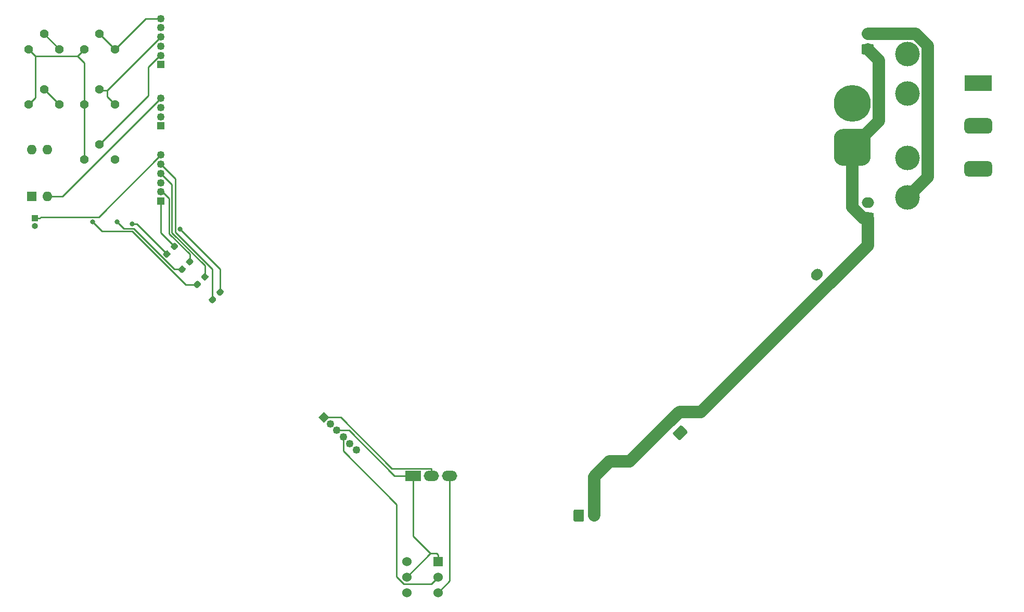
<source format=gbl>
G04 #@! TF.GenerationSoftware,KiCad,Pcbnew,(5.1.6)-1*
G04 #@! TF.CreationDate,2021-11-09T00:45:41+09:00*
G04 #@! TF.ProjectId,control20211108,636f6e74-726f-46c3-9230-323131313038,V1.1*
G04 #@! TF.SameCoordinates,Original*
G04 #@! TF.FileFunction,Copper,L2,Bot*
G04 #@! TF.FilePolarity,Positive*
%FSLAX46Y46*%
G04 Gerber Fmt 4.6, Leading zero omitted, Abs format (unit mm)*
G04 Created by KiCad (PCBNEW (5.1.6)-1) date 2021-11-09 00:45:41*
%MOMM*%
%LPD*%
G01*
G04 APERTURE LIST*
G04 #@! TA.AperFunction,ComponentPad*
%ADD10O,1.700000X2.000000*%
G04 #@! TD*
G04 #@! TA.AperFunction,ComponentPad*
%ADD11C,1.251000*%
G04 #@! TD*
G04 #@! TA.AperFunction,ComponentPad*
%ADD12C,0.100000*%
G04 #@! TD*
G04 #@! TA.AperFunction,ComponentPad*
%ADD13R,1.251000X1.251000*%
G04 #@! TD*
G04 #@! TA.AperFunction,ComponentPad*
%ADD14O,2.000000X1.700000*%
G04 #@! TD*
G04 #@! TA.AperFunction,ComponentPad*
%ADD15O,1.000000X1.000000*%
G04 #@! TD*
G04 #@! TA.AperFunction,ComponentPad*
%ADD16R,1.000000X1.000000*%
G04 #@! TD*
G04 #@! TA.AperFunction,ComponentPad*
%ADD17C,1.524000*%
G04 #@! TD*
G04 #@! TA.AperFunction,ComponentPad*
%ADD18R,1.524000X1.524000*%
G04 #@! TD*
G04 #@! TA.AperFunction,ComponentPad*
%ADD19O,2.500000X1.700000*%
G04 #@! TD*
G04 #@! TA.AperFunction,ComponentPad*
%ADD20R,2.500000X1.700000*%
G04 #@! TD*
G04 #@! TA.AperFunction,ComponentPad*
%ADD21R,4.524000X2.524000*%
G04 #@! TD*
G04 #@! TA.AperFunction,ComponentPad*
%ADD22C,1.431000*%
G04 #@! TD*
G04 #@! TA.AperFunction,ComponentPad*
%ADD23C,6.000000*%
G04 #@! TD*
G04 #@! TA.AperFunction,ComponentPad*
%ADD24C,4.000000*%
G04 #@! TD*
G04 #@! TA.AperFunction,ComponentPad*
%ADD25O,1.600000X1.600000*%
G04 #@! TD*
G04 #@! TA.AperFunction,ComponentPad*
%ADD26R,1.600000X1.600000*%
G04 #@! TD*
G04 #@! TA.AperFunction,ViaPad*
%ADD27C,0.800000*%
G04 #@! TD*
G04 #@! TA.AperFunction,Conductor*
%ADD28C,0.250000*%
G04 #@! TD*
G04 #@! TA.AperFunction,Conductor*
%ADD29C,2.000000*%
G04 #@! TD*
G04 APERTURE END LIST*
G04 #@! TA.AperFunction,ComponentPad*
G36*
G01*
X175439340Y-124727208D02*
X175227208Y-124939340D01*
G75*
G02*
X174025126Y-124939340I-601041J601041D01*
G01*
X174025126Y-124939340D01*
G75*
G02*
X174025126Y-123737258I601041J601041D01*
G01*
X174237258Y-123525126D01*
G75*
G02*
X175439340Y-123525126I601041J-601041D01*
G01*
X175439340Y-123525126D01*
G75*
G02*
X175439340Y-124727208I-601041J-601041D01*
G01*
G37*
G04 #@! TD.AperFunction*
G04 #@! TA.AperFunction,ComponentPad*
G36*
G01*
X177631371Y-126070711D02*
X176570711Y-127131371D01*
G75*
G02*
X176217157Y-127131371I-176777J176777D01*
G01*
X175368629Y-126282843D01*
G75*
G02*
X175368629Y-125929289I176777J176777D01*
G01*
X176429289Y-124868629D01*
G75*
G02*
X176782843Y-124868629I176777J-176777D01*
G01*
X177631371Y-125717157D01*
G75*
G02*
X177631371Y-126070711I-176777J-176777D01*
G01*
G37*
G04 #@! TD.AperFunction*
G04 #@! TA.AperFunction,ComponentPad*
G36*
G01*
X151439340Y-148727208D02*
X151227208Y-148939340D01*
G75*
G02*
X150025126Y-148939340I-601041J601041D01*
G01*
X150025126Y-148939340D01*
G75*
G02*
X150025126Y-147737258I601041J601041D01*
G01*
X150237258Y-147525126D01*
G75*
G02*
X151439340Y-147525126I601041J-601041D01*
G01*
X151439340Y-147525126D01*
G75*
G02*
X151439340Y-148727208I-601041J-601041D01*
G01*
G37*
G04 #@! TD.AperFunction*
G04 #@! TA.AperFunction,ComponentPad*
G36*
G01*
X153631371Y-150070711D02*
X152570711Y-151131371D01*
G75*
G02*
X152217157Y-151131371I-176777J176777D01*
G01*
X151368629Y-150282843D01*
G75*
G02*
X151368629Y-149929289I176777J176777D01*
G01*
X152429289Y-148868629D01*
G75*
G02*
X152782843Y-148868629I176777J-176777D01*
G01*
X153631371Y-149717157D01*
G75*
G02*
X153631371Y-150070711I-176777J-176777D01*
G01*
G37*
G04 #@! TD.AperFunction*
D10*
X138500000Y-163500000D03*
G04 #@! TA.AperFunction,ComponentPad*
G36*
G01*
X135150000Y-164250000D02*
X135150000Y-162750000D01*
G75*
G02*
X135400000Y-162500000I250000J0D01*
G01*
X136600000Y-162500000D01*
G75*
G02*
X136850000Y-162750000I0J-250000D01*
G01*
X136850000Y-164250000D01*
G75*
G02*
X136600000Y-164500000I-250000J0D01*
G01*
X135400000Y-164500000D01*
G75*
G02*
X135150000Y-164250000I0J250000D01*
G01*
G37*
G04 #@! TD.AperFunction*
D11*
X99803301Y-152803301D03*
X98742641Y-151742641D03*
X97681981Y-150681981D03*
X96621320Y-149621320D03*
X95560660Y-148560660D03*
G04 #@! TA.AperFunction,ComponentPad*
D12*
G36*
X93615409Y-147500000D02*
G01*
X94500000Y-146615409D01*
X95384591Y-147500000D01*
X94500000Y-148384591D01*
X93615409Y-147500000D01*
G37*
G04 #@! TD.AperFunction*
D11*
X68000000Y-95500000D03*
X68000000Y-97000000D03*
X68000000Y-98500000D03*
D13*
X68000000Y-100000000D03*
D11*
X68000000Y-82500000D03*
X68000000Y-84000000D03*
X68000000Y-85500000D03*
X68000000Y-87000000D03*
X68000000Y-88500000D03*
D13*
X68000000Y-90000000D03*
D11*
X68000000Y-104750000D03*
X68000000Y-106250000D03*
X68000000Y-107750000D03*
X68000000Y-109250000D03*
X68000000Y-110750000D03*
D13*
X68000000Y-112250000D03*
D14*
X183000000Y-85000000D03*
G04 #@! TA.AperFunction,ComponentPad*
G36*
G01*
X183750000Y-88350000D02*
X182250000Y-88350000D01*
G75*
G02*
X182000000Y-88100000I0J250000D01*
G01*
X182000000Y-86900000D01*
G75*
G02*
X182250000Y-86650000I250000J0D01*
G01*
X183750000Y-86650000D01*
G75*
G02*
X184000000Y-86900000I0J-250000D01*
G01*
X184000000Y-88100000D01*
G75*
G02*
X183750000Y-88350000I-250000J0D01*
G01*
G37*
G04 #@! TD.AperFunction*
X183000000Y-112500000D03*
G04 #@! TA.AperFunction,ComponentPad*
G36*
G01*
X183750000Y-115850000D02*
X182250000Y-115850000D01*
G75*
G02*
X182000000Y-115600000I0J250000D01*
G01*
X182000000Y-114400000D01*
G75*
G02*
X182250000Y-114150000I250000J0D01*
G01*
X183750000Y-114150000D01*
G75*
G02*
X184000000Y-114400000I0J-250000D01*
G01*
X184000000Y-115600000D01*
G75*
G02*
X183750000Y-115850000I-250000J0D01*
G01*
G37*
G04 #@! TD.AperFunction*
G04 #@! TA.AperFunction,SMDPad,CuDef*
G36*
G01*
X69169975Y-120347549D02*
X69505851Y-120683425D01*
G75*
G02*
X69505851Y-121019301I-167938J-167938D01*
G01*
X69099265Y-121425887D01*
G75*
G02*
X68763389Y-121425887I-167938J167938D01*
G01*
X68427513Y-121090011D01*
G75*
G02*
X68427513Y-120754135I167938J167938D01*
G01*
X68834099Y-120347549D01*
G75*
G02*
X69169975Y-120347549I167938J-167938D01*
G01*
G37*
G04 #@! TD.AperFunction*
G04 #@! TA.AperFunction,SMDPad,CuDef*
G36*
G01*
X70407411Y-119110113D02*
X70743287Y-119445989D01*
G75*
G02*
X70743287Y-119781865I-167938J-167938D01*
G01*
X70336701Y-120188451D01*
G75*
G02*
X70000825Y-120188451I-167938J167938D01*
G01*
X69664949Y-119852575D01*
G75*
G02*
X69664949Y-119516699I167938J167938D01*
G01*
X70071535Y-119110113D01*
G75*
G02*
X70407411Y-119110113I167938J-167938D01*
G01*
G37*
G04 #@! TD.AperFunction*
G04 #@! TA.AperFunction,SMDPad,CuDef*
G36*
G01*
X71644875Y-122822549D02*
X71980751Y-123158425D01*
G75*
G02*
X71980751Y-123494301I-167938J-167938D01*
G01*
X71574165Y-123900887D01*
G75*
G02*
X71238289Y-123900887I-167938J167938D01*
G01*
X70902413Y-123565011D01*
G75*
G02*
X70902413Y-123229135I167938J167938D01*
G01*
X71308999Y-122822549D01*
G75*
G02*
X71644875Y-122822549I167938J-167938D01*
G01*
G37*
G04 #@! TD.AperFunction*
G04 #@! TA.AperFunction,SMDPad,CuDef*
G36*
G01*
X72882311Y-121585113D02*
X73218187Y-121920989D01*
G75*
G02*
X73218187Y-122256865I-167938J-167938D01*
G01*
X72811601Y-122663451D01*
G75*
G02*
X72475725Y-122663451I-167938J167938D01*
G01*
X72139849Y-122327575D01*
G75*
G02*
X72139849Y-121991699I167938J167938D01*
G01*
X72546435Y-121585113D01*
G75*
G02*
X72882311Y-121585113I167938J-167938D01*
G01*
G37*
G04 #@! TD.AperFunction*
G04 #@! TA.AperFunction,SMDPad,CuDef*
G36*
G01*
X74119775Y-125297549D02*
X74455651Y-125633425D01*
G75*
G02*
X74455651Y-125969301I-167938J-167938D01*
G01*
X74049065Y-126375887D01*
G75*
G02*
X73713189Y-126375887I-167938J167938D01*
G01*
X73377313Y-126040011D01*
G75*
G02*
X73377313Y-125704135I167938J167938D01*
G01*
X73783899Y-125297549D01*
G75*
G02*
X74119775Y-125297549I167938J-167938D01*
G01*
G37*
G04 #@! TD.AperFunction*
G04 #@! TA.AperFunction,SMDPad,CuDef*
G36*
G01*
X75357211Y-124060113D02*
X75693087Y-124395989D01*
G75*
G02*
X75693087Y-124731865I-167938J-167938D01*
G01*
X75286501Y-125138451D01*
G75*
G02*
X74950625Y-125138451I-167938J167938D01*
G01*
X74614749Y-124802575D01*
G75*
G02*
X74614749Y-124466699I167938J167938D01*
G01*
X75021335Y-124060113D01*
G75*
G02*
X75357211Y-124060113I167938J-167938D01*
G01*
G37*
G04 #@! TD.AperFunction*
G04 #@! TA.AperFunction,SMDPad,CuDef*
G36*
G01*
X77425425Y-127613451D02*
X77089549Y-127277575D01*
G75*
G02*
X77089549Y-126941699I167938J167938D01*
G01*
X77496135Y-126535113D01*
G75*
G02*
X77832011Y-126535113I167938J-167938D01*
G01*
X78167887Y-126870989D01*
G75*
G02*
X78167887Y-127206865I-167938J-167938D01*
G01*
X77761301Y-127613451D01*
G75*
G02*
X77425425Y-127613451I-167938J167938D01*
G01*
G37*
G04 #@! TD.AperFunction*
G04 #@! TA.AperFunction,SMDPad,CuDef*
G36*
G01*
X76187989Y-128850887D02*
X75852113Y-128515011D01*
G75*
G02*
X75852113Y-128179135I167938J167938D01*
G01*
X76258699Y-127772549D01*
G75*
G02*
X76594575Y-127772549I167938J-167938D01*
G01*
X76930451Y-128108425D01*
G75*
G02*
X76930451Y-128444301I-167938J-167938D01*
G01*
X76523865Y-128850887D01*
G75*
G02*
X76187989Y-128850887I-167938J167938D01*
G01*
G37*
G04 #@! TD.AperFunction*
D15*
X47500000Y-116270000D03*
D16*
X47500000Y-115000000D03*
D17*
X108000000Y-171000000D03*
X113080000Y-173540000D03*
X113080000Y-176080000D03*
X108000000Y-176080000D03*
X108000000Y-173540000D03*
D18*
X113080000Y-171000000D03*
D19*
X115000000Y-157000000D03*
X112000000Y-157000000D03*
D20*
X109000000Y-157000000D03*
G04 #@! TA.AperFunction,ComponentPad*
G36*
G01*
X198738000Y-100631000D02*
X198738000Y-99369000D01*
G75*
G02*
X199369000Y-98738000I631000J0D01*
G01*
X202631000Y-98738000D01*
G75*
G02*
X203262000Y-99369000I0J-631000D01*
G01*
X203262000Y-100631000D01*
G75*
G02*
X202631000Y-101262000I-631000J0D01*
G01*
X199369000Y-101262000D01*
G75*
G02*
X198738000Y-100631000I0J631000D01*
G01*
G37*
G04 #@! TD.AperFunction*
G04 #@! TA.AperFunction,ComponentPad*
G36*
G01*
X198738000Y-107631000D02*
X198738000Y-106369000D01*
G75*
G02*
X199369000Y-105738000I631000J0D01*
G01*
X202631000Y-105738000D01*
G75*
G02*
X203262000Y-106369000I0J-631000D01*
G01*
X203262000Y-107631000D01*
G75*
G02*
X202631000Y-108262000I-631000J0D01*
G01*
X199369000Y-108262000D01*
G75*
G02*
X198738000Y-107631000I0J631000D01*
G01*
G37*
G04 #@! TD.AperFunction*
D21*
X201000000Y-93000000D03*
D22*
X60500000Y-105500000D03*
X58000000Y-103000000D03*
X55500000Y-105500000D03*
X51500000Y-96500000D03*
X49000000Y-94000000D03*
X46500000Y-96500000D03*
X60500000Y-96500000D03*
X58000000Y-94000000D03*
X55500000Y-96500000D03*
X51500000Y-87500000D03*
X49000000Y-85000000D03*
X46500000Y-87500000D03*
X60500000Y-87500000D03*
X58000000Y-85000000D03*
X55500000Y-87500000D03*
G04 #@! TA.AperFunction,ComponentPad*
G36*
G01*
X182000000Y-106500000D02*
X179000000Y-106500000D01*
G75*
G02*
X177500000Y-105000000I0J1500000D01*
G01*
X177500000Y-102000000D01*
G75*
G02*
X179000000Y-100500000I1500000J0D01*
G01*
X182000000Y-100500000D01*
G75*
G02*
X183500000Y-102000000I0J-1500000D01*
G01*
X183500000Y-105000000D01*
G75*
G02*
X182000000Y-106500000I-1500000J0D01*
G01*
G37*
G04 #@! TD.AperFunction*
D23*
X180500000Y-96300000D03*
D24*
X189500000Y-88316000D03*
X189500000Y-111684000D03*
X189500000Y-94754000D03*
X189500000Y-105246000D03*
D25*
X47000000Y-103880000D03*
X49540000Y-111500000D03*
X49540000Y-103880000D03*
D26*
X47000000Y-111500000D03*
D27*
X71098100Y-116775300D03*
X56847200Y-115625000D03*
X60889600Y-115625000D03*
X63290200Y-115984700D03*
D28*
X49540000Y-111500000D02*
X52000000Y-111500000D01*
X52000000Y-111500000D02*
X68000000Y-95500000D01*
D29*
X183000000Y-115000000D02*
X182252100Y-115000000D01*
X182252100Y-115000000D02*
X180500000Y-113247900D01*
X180500000Y-113247900D02*
X180500000Y-103500000D01*
X180500000Y-103500000D02*
X184825100Y-99174900D01*
X184825100Y-99174900D02*
X184825100Y-89325100D01*
X184825100Y-89325100D02*
X183000000Y-87500000D01*
X150732200Y-148232200D02*
X152358800Y-146605600D01*
X176500000Y-126000000D02*
X155894300Y-146605700D01*
X155894300Y-146605700D02*
X152358800Y-146605700D01*
X152358800Y-146605700D02*
X152358800Y-146605600D01*
X138500000Y-157161506D02*
X138500000Y-163500000D01*
X144264476Y-154699990D02*
X140961516Y-154699990D01*
X140961516Y-154699990D02*
X138500000Y-157161506D01*
X150732233Y-148232233D02*
X144264476Y-154699990D01*
X183000000Y-119500000D02*
X176500000Y-126000000D01*
X183000000Y-115000000D02*
X183000000Y-119500000D01*
X189500000Y-111684000D02*
X192809200Y-108374800D01*
X192809200Y-108374800D02*
X192809200Y-86955600D01*
X192809200Y-86955600D02*
X190853600Y-85000000D01*
X190853600Y-85000000D02*
X183000000Y-85000000D01*
D28*
X60500000Y-87500000D02*
X65500000Y-82500000D01*
X65500000Y-82500000D02*
X68000000Y-82500000D01*
X58000000Y-85000000D02*
X60500000Y-87500000D01*
X49000000Y-85000000D02*
X51500000Y-87500000D01*
X59250000Y-94250000D02*
X68000000Y-85500000D01*
X60500000Y-96500000D02*
X59250000Y-95250000D01*
X59250000Y-95250000D02*
X59250000Y-94250000D01*
X58000000Y-94000000D02*
X58250000Y-94250000D01*
X58250000Y-94250000D02*
X59250000Y-94250000D01*
X49000000Y-94000000D02*
X51500000Y-96500000D01*
X58000000Y-103000000D02*
X65909200Y-95090800D01*
X65909200Y-95090800D02*
X65909200Y-90373900D01*
X65909200Y-90373900D02*
X67783100Y-88500000D01*
X67783100Y-88500000D02*
X68000000Y-88500000D01*
X54399300Y-88600700D02*
X47600700Y-88600700D01*
X55500000Y-87500000D02*
X54399300Y-88600700D01*
X54399300Y-88600700D02*
X55500000Y-89701400D01*
X55500000Y-89701400D02*
X55500000Y-96500000D01*
X47600700Y-88600700D02*
X46500000Y-87500000D01*
X46500000Y-96500000D02*
X47600700Y-95399300D01*
X47600700Y-95399300D02*
X47600700Y-88600700D01*
X55500000Y-96500000D02*
X55500000Y-105500000D01*
X113080000Y-176080000D02*
X115000000Y-174160000D01*
X115000000Y-174160000D02*
X115000000Y-157000000D01*
X113080000Y-173540000D02*
X111991100Y-174628900D01*
X111991100Y-174628900D02*
X107504000Y-174628900D01*
X107504000Y-174628900D02*
X106332300Y-173457200D01*
X106332300Y-173457200D02*
X106332300Y-161651200D01*
X106332300Y-161651200D02*
X97682000Y-153000900D01*
X97682000Y-153000900D02*
X97682000Y-150682000D01*
X109000000Y-157000000D02*
X106034000Y-157000000D01*
X106034000Y-157000000D02*
X98655300Y-149621300D01*
X98655300Y-149621300D02*
X96621300Y-149621300D01*
X111852700Y-169687300D02*
X108000000Y-173540000D01*
X109000000Y-157000000D02*
X109000000Y-166834600D01*
X109000000Y-166834600D02*
X111852700Y-169687300D01*
X111852700Y-169687300D02*
X112854600Y-169687300D01*
X112854600Y-169687300D02*
X113080000Y-169912700D01*
X113080000Y-171000000D02*
X113080000Y-169912700D01*
X112000000Y-155824700D02*
X105566300Y-155824700D01*
X105566300Y-155824700D02*
X97241600Y-147500000D01*
X97241600Y-147500000D02*
X94500000Y-147500000D01*
X112000000Y-157000000D02*
X112000000Y-155824700D01*
X71098100Y-116775300D02*
X77628700Y-123305900D01*
X77628700Y-123305900D02*
X77628700Y-127074300D01*
X56847200Y-115625000D02*
X58382500Y-117160300D01*
X58382500Y-117160300D02*
X63343000Y-117160300D01*
X63343000Y-117160300D02*
X72019400Y-125836700D01*
X72019400Y-125836700D02*
X73916500Y-125836700D01*
X60889600Y-115625000D02*
X61974600Y-116710000D01*
X61974600Y-116710000D02*
X63558000Y-116710000D01*
X63558000Y-116710000D02*
X70209700Y-123361700D01*
X70209700Y-123361700D02*
X71441600Y-123361700D01*
X63290200Y-115984700D02*
X64064700Y-115984700D01*
X64064700Y-115984700D02*
X68966700Y-120886700D01*
X47500000Y-115000000D02*
X48325300Y-115000000D01*
X68000000Y-104750000D02*
X57881600Y-114868400D01*
X57881600Y-114868400D02*
X48456900Y-114868400D01*
X48456900Y-114868400D02*
X48325300Y-115000000D01*
X68000000Y-106250000D02*
X70372800Y-108622800D01*
X70372800Y-108622800D02*
X70372800Y-117340200D01*
X70372800Y-117340200D02*
X76391300Y-123358700D01*
X76391300Y-123358700D02*
X76391300Y-128311700D01*
X68000000Y-107750000D02*
X69785300Y-109535300D01*
X69785300Y-109535300D02*
X69785300Y-117389600D01*
X69785300Y-117389600D02*
X75153900Y-122758200D01*
X75153900Y-122758200D02*
X75153900Y-124599300D01*
X72679000Y-122124300D02*
X72679000Y-120920200D01*
X72679000Y-120920200D02*
X69318800Y-117560000D01*
X69318800Y-117560000D02*
X69318800Y-111852300D01*
X69318800Y-111852300D02*
X68216500Y-110750000D01*
X68216500Y-110750000D02*
X68000000Y-110750000D01*
X70204100Y-119649300D02*
X68000000Y-117445200D01*
X68000000Y-117445200D02*
X68000000Y-112250000D01*
M02*

</source>
